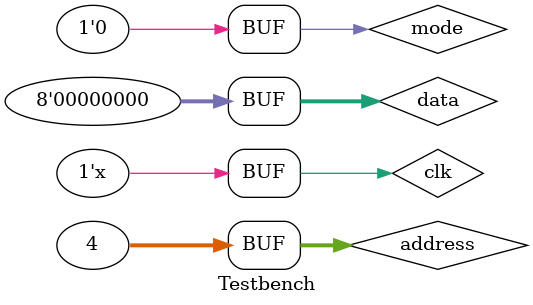
<source format=sv>
`timescale 1ns / 1ps

module Testbench();

logic [31:0] address;
logic [7:0] data;
logic mode, clk;
logic [7:0] output_data;
logic hit1, hit2, Wait;
logic [31:0] stored_address;
logic [7:0] stored_data;

Controller inst (
    .address(address),
    .data(data),
    .mode(mode),
    .clk(clk),
    .output_data(output_data),
    .hit1(hit1),
    .hit2(hit2),
    .Wait(Wait),
    .stored_address(stored_address),
    .stored_data(stored_data)
);

initial
begin
    // The block index and block offset is 0-based index
    clk = 1'b1;

    // Transaction 1: Write to address 2
    address = 32'b00000000000000000000000000000010;    // At Block-index=0, Block-offset=2
    data = 8'b10110000;   // The data to be written at the given address
    mode = 1'b1; // Write operation
    #10;

    // Transaction 2: Read from address 128
    address = 32'b00000000000000000000000100000000;    // At Block-index=64, Block-offset=0
    data = 8'b10110111;  // This data does not matter here as it is read operation 
    mode = 1'b0; // Read operation
    #50;

    // Transaction 3: Write to address 129
    address = 32'b00000000000000000000000100000001;     // At Block-index=64, Block-offset=1
    data = 8'b10110110;   // The data to be written at the given address
    mode = 1'b1; // Write operation
    #10;

    // Transaction 4: Read from address 2
    address = 32'b00000000000000000000000000000010;     // At Block-index=0, Block-offset=2
    data = 8'b10110111;   // This data does not matter here as it is read operation  
    mode = 1'b0; // Read operation
    #30;

    // Transaction 5: Write to address 130
    address = 32'b00000000000000000000000100000010;     // At Block-index=64, Block-offset=2
    data = 8'b10111100;   // The data to be written at the given address
    mode = 1'b1; // Write operation
    #10;

    // Transaction 6: Read from address 128
    address = 32'b00000000000000000000000100000000;     // At Block-index=64, Block-offset=0
    data = 8'b11110100;   // This data does not matter here as it is read operation 
    mode = 1'b0; // Read operation
    #10;
    
    // Additional Transaction 7: Write to address 3
    address = 32'b00000000000000000000000000000011;     // At Block-index=0, Block-offset=3
    data = 8'b11000011;   // The data to be written at the given address
    mode = 1'b1; // Write operation
    #10;

    // Additional Transaction 8: Read from address 4
    address = 32'b00000000000000000000000000000100;     // At Block-index=1, Block-offset=0
    data = 8'b00000000;   // This data does not matter here as it is read operation 
    mode = 1'b0; // Read operation
    #10;
end

always #1 clk = ~clk;

endmodule

</source>
